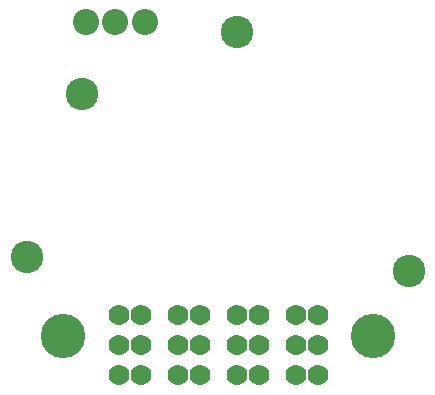
<source format=gbr>
%TF.GenerationSoftware,Altium Limited,Altium Designer,24.2.2 (26)*%
G04 Layer_Color=16711935*
%FSLAX45Y45*%
%MOMM*%
%TF.SameCoordinates,3B1DD697-BB8E-4966-B076-04D6E0BCF24A*%
%TF.FilePolarity,Negative*%
%TF.FileFunction,Soldermask,Bot*%
%TF.Part,Single*%
G01*
G75*
%TA.AperFunction,ComponentPad*%
%ADD48C,2.74320*%
%ADD49C,2.20320*%
%ADD50C,3.76320*%
%ADD51C,1.76320*%
D48*
X1295400Y2590800D02*
D03*
X2603500Y3111500D02*
D03*
X4064000Y1094740D02*
D03*
X825500Y1206500D02*
D03*
D49*
X1324800Y3200400D02*
D03*
X1574800D02*
D03*
X1824800D02*
D03*
D50*
X3762710Y538800D02*
D03*
X1134710D02*
D03*
D51*
X1792710Y208800D02*
D03*
X1604710D02*
D03*
X1792710Y462800D02*
D03*
X1604710D02*
D03*
X1792710Y716800D02*
D03*
X1604710D02*
D03*
X3292710Y208800D02*
D03*
X3104710D02*
D03*
X3292710Y462800D02*
D03*
X3104710D02*
D03*
X3292710Y716800D02*
D03*
X3104710D02*
D03*
X2792710Y208800D02*
D03*
X2604710D02*
D03*
X2792710Y462800D02*
D03*
X2604710D02*
D03*
X2792710Y716800D02*
D03*
X2604710D02*
D03*
X2292710Y208800D02*
D03*
X2104710D02*
D03*
X2292710Y462800D02*
D03*
X2104710D02*
D03*
X2292710Y716800D02*
D03*
X2104710D02*
D03*
%TF.MD5,76e4ecd91df75029753422ee3dbf046d*%
M02*

</source>
